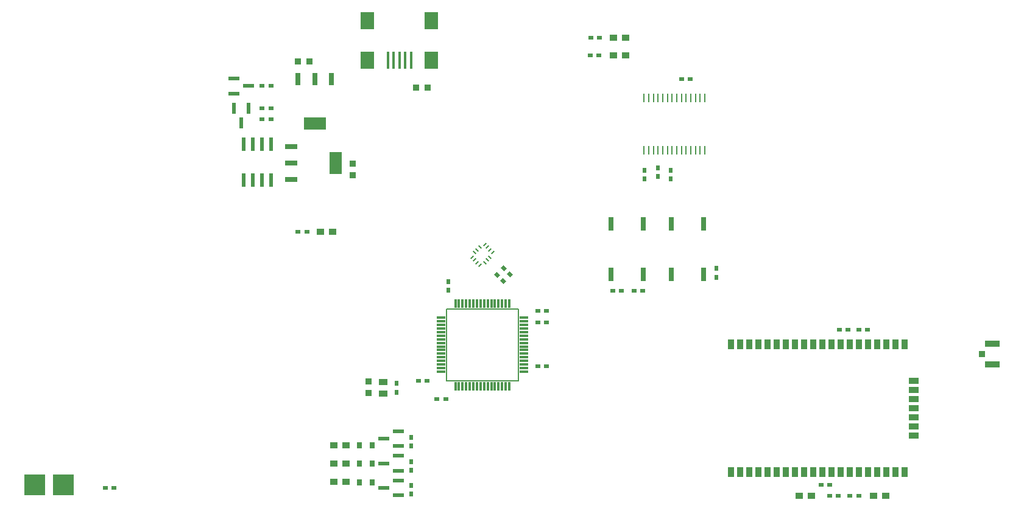
<source format=gtp>
G04*
G04 #@! TF.GenerationSoftware,Altium Limited,Altium NEXUS,2.1.9 (83)*
G04*
G04 Layer_Color=8421504*
%FSLAX44Y44*%
%MOMM*%
G71*
G01*
G75*
%ADD11C,0.2000*%
%ADD17R,1.2000X0.3000*%
%ADD18R,0.3000X1.2000*%
%ADD19R,0.8000X0.9000*%
%ADD20R,0.7000X0.6000*%
%ADD21R,0.6000X0.7000*%
%ADD22R,1.2000X0.9000*%
%ADD23R,0.9000X0.9000*%
%ADD24R,0.7000X0.5000*%
%ADD25R,0.5000X0.7000*%
G04:AMPARAMS|DCode=26|XSize=1.87mm|YSize=0.5mm|CornerRadius=0.025mm|HoleSize=0mm|Usage=FLASHONLY|Rotation=270.000|XOffset=0mm|YOffset=0mm|HoleType=Round|Shape=RoundedRectangle|*
%AMROUNDEDRECTD26*
21,1,1.8700,0.4500,0,0,270.0*
21,1,1.8200,0.5000,0,0,270.0*
1,1,0.0500,-0.2250,-0.9100*
1,1,0.0500,-0.2250,0.9100*
1,1,0.0500,0.2250,0.9100*
1,1,0.0500,0.2250,-0.9100*
%
%ADD26ROUNDEDRECTD26*%
%ADD27R,0.6100X1.6100*%
%ADD28R,1.6100X0.6100*%
%ADD29R,1.4240X0.9160*%
%ADD30R,0.9160X1.4240*%
%ADD31R,0.9500X0.9000*%
%ADD32R,2.1000X0.9500*%
%ADD33R,1.0000X0.9000*%
%ADD34R,0.7000X1.9000*%
%ADD35R,0.2480X1.2970*%
G04:AMPARAMS|DCode=36|XSize=0.575mm|YSize=0.15mm|CornerRadius=0mm|HoleSize=0mm|Usage=FLASHONLY|Rotation=45.000|XOffset=0mm|YOffset=0mm|HoleType=Round|Shape=Rectangle|*
%AMROTATEDRECTD36*
4,1,4,-0.1503,-0.2563,-0.2563,-0.1503,0.1503,0.2563,0.2563,0.1503,-0.1503,-0.2563,0.0*
%
%ADD36ROTATEDRECTD36*%

G04:AMPARAMS|DCode=37|XSize=0.575mm|YSize=0.15mm|CornerRadius=0mm|HoleSize=0mm|Usage=FLASHONLY|Rotation=135.000|XOffset=0mm|YOffset=0mm|HoleType=Round|Shape=Rectangle|*
%AMROTATEDRECTD37*
4,1,4,0.2563,-0.1503,0.1503,-0.2563,-0.2563,0.1503,-0.1503,0.2563,0.2563,-0.1503,0.0*
%
%ADD37ROTATEDRECTD37*%

G04:AMPARAMS|DCode=38|XSize=0.5mm|YSize=0.7mm|CornerRadius=0mm|HoleSize=0mm|Usage=FLASHONLY|Rotation=225.000|XOffset=0mm|YOffset=0mm|HoleType=Round|Shape=Rectangle|*
%AMROTATEDRECTD38*
4,1,4,-0.0707,0.4243,0.4243,-0.0707,0.0707,-0.4243,-0.4243,0.0707,-0.0707,0.4243,0.0*
%
%ADD38ROTATEDRECTD38*%

%ADD39R,0.9000X0.9000*%
%ADD40R,2.9000X2.9000*%
%ADD41R,1.7600X0.8000*%
%ADD42R,1.7600X3.0900*%
%ADD43R,0.8000X1.7600*%
%ADD44R,3.0900X1.7600*%
%ADD45R,0.4000X2.4000*%
%ADD46R,1.9000X2.4000*%
D11*
X700000Y175000D02*
X800000D01*
Y275000D01*
X700000D02*
X800000D01*
X700000Y175000D02*
Y275000D01*
D17*
X692500Y187500D02*
D03*
Y192500D02*
D03*
Y197500D02*
D03*
Y202500D02*
D03*
Y207500D02*
D03*
Y212500D02*
D03*
Y217500D02*
D03*
Y222500D02*
D03*
Y227500D02*
D03*
Y232500D02*
D03*
Y237500D02*
D03*
Y242500D02*
D03*
Y247500D02*
D03*
Y252500D02*
D03*
Y257500D02*
D03*
Y262500D02*
D03*
X807500D02*
D03*
Y257500D02*
D03*
Y252500D02*
D03*
Y247500D02*
D03*
Y242500D02*
D03*
Y237500D02*
D03*
Y232500D02*
D03*
Y227500D02*
D03*
Y222500D02*
D03*
Y217500D02*
D03*
Y212500D02*
D03*
Y207500D02*
D03*
Y202500D02*
D03*
Y197500D02*
D03*
Y192500D02*
D03*
Y187500D02*
D03*
D18*
X712500Y282500D02*
D03*
X717500D02*
D03*
X722500D02*
D03*
X727500D02*
D03*
X732500D02*
D03*
X737500D02*
D03*
X742500D02*
D03*
X747500D02*
D03*
X752500D02*
D03*
X757500D02*
D03*
X762500D02*
D03*
X767500D02*
D03*
X772500D02*
D03*
X777500D02*
D03*
X782500D02*
D03*
X787500D02*
D03*
Y167500D02*
D03*
X782500D02*
D03*
X777500D02*
D03*
X772500D02*
D03*
X767500D02*
D03*
X762500D02*
D03*
X757500D02*
D03*
X752500D02*
D03*
X747500D02*
D03*
X742500D02*
D03*
X737500D02*
D03*
X732500D02*
D03*
X727500D02*
D03*
X722500D02*
D03*
X717500D02*
D03*
X712500D02*
D03*
D19*
X596500Y85000D02*
D03*
X579500D02*
D03*
Y60000D02*
D03*
X596500D02*
D03*
Y33000D02*
D03*
X579500D02*
D03*
D20*
X1233000Y15000D02*
D03*
X1245000D02*
D03*
X1273000Y15000D02*
D03*
X1261000D02*
D03*
X901000Y652000D02*
D03*
X913000D02*
D03*
X900000Y628000D02*
D03*
X912000D02*
D03*
X444000Y539000D02*
D03*
X456000D02*
D03*
X444000Y554000D02*
D03*
X456000D02*
D03*
X444000Y585000D02*
D03*
X456000D02*
D03*
X1273000Y246000D02*
D03*
X1285000D02*
D03*
X973000Y300000D02*
D03*
X961000D02*
D03*
X506000Y382000D02*
D03*
X494000D02*
D03*
D21*
X975000Y468000D02*
D03*
Y456000D02*
D03*
X1012000Y468000D02*
D03*
Y456000D02*
D03*
X651000Y96000D02*
D03*
Y84000D02*
D03*
Y62000D02*
D03*
Y50000D02*
D03*
Y29000D02*
D03*
Y17000D02*
D03*
D22*
X612000Y157000D02*
D03*
Y173000D02*
D03*
D23*
X658000Y583000D02*
D03*
X674000D02*
D03*
X494000Y619000D02*
D03*
X510000D02*
D03*
D24*
X1246000Y246000D02*
D03*
X1258000D02*
D03*
X1221000Y30000D02*
D03*
X1233000D02*
D03*
X1039000Y595000D02*
D03*
X1027000D02*
D03*
X238000Y26000D02*
D03*
X226000D02*
D03*
X827000Y256000D02*
D03*
X839000D02*
D03*
X931000Y300000D02*
D03*
X943000D02*
D03*
X661000Y175000D02*
D03*
X673000D02*
D03*
X839000Y272000D02*
D03*
X827000D02*
D03*
X839000Y195000D02*
D03*
X827000D02*
D03*
X687000Y149000D02*
D03*
X699000D02*
D03*
D25*
X994000Y459000D02*
D03*
Y471000D02*
D03*
X1075000Y331000D02*
D03*
Y319000D02*
D03*
X631000Y159000D02*
D03*
Y171000D02*
D03*
X703000Y313000D02*
D03*
Y301000D02*
D03*
D26*
X456050Y503750D02*
D03*
X443350D02*
D03*
X430650D02*
D03*
X417950D02*
D03*
Y454250D02*
D03*
X430650D02*
D03*
X443350D02*
D03*
X456050D02*
D03*
D27*
X425250Y553950D02*
D03*
X404750D02*
D03*
X415000Y534050D02*
D03*
D28*
X405050Y595250D02*
D03*
Y574750D02*
D03*
X424950Y585000D02*
D03*
X632950Y83750D02*
D03*
Y104250D02*
D03*
X613050Y94000D02*
D03*
X632950Y49750D02*
D03*
Y70250D02*
D03*
X613050Y60000D02*
D03*
X632950Y15750D02*
D03*
Y36250D02*
D03*
X613050Y26000D02*
D03*
D29*
X1349350Y98900D02*
D03*
Y111600D02*
D03*
Y124300D02*
D03*
Y137000D02*
D03*
Y149700D02*
D03*
Y162400D02*
D03*
Y175100D02*
D03*
D30*
X1336650Y225900D02*
D03*
X1323950D02*
D03*
X1311250D02*
D03*
X1298550D02*
D03*
X1285850D02*
D03*
X1273150D02*
D03*
X1260450D02*
D03*
X1247750D02*
D03*
X1235050D02*
D03*
X1222350D02*
D03*
X1209650D02*
D03*
X1196950D02*
D03*
X1184250D02*
D03*
X1171550D02*
D03*
X1158850D02*
D03*
X1146150D02*
D03*
X1133450D02*
D03*
X1120750D02*
D03*
X1108050D02*
D03*
X1095350D02*
D03*
Y48100D02*
D03*
X1108050D02*
D03*
X1120750D02*
D03*
X1133450D02*
D03*
X1146150D02*
D03*
X1158850D02*
D03*
X1171550D02*
D03*
X1184250D02*
D03*
X1196950D02*
D03*
X1209650D02*
D03*
X1222350D02*
D03*
X1235050D02*
D03*
X1247750D02*
D03*
X1260450D02*
D03*
X1273150D02*
D03*
X1285850D02*
D03*
X1298550D02*
D03*
X1311250D02*
D03*
X1323950D02*
D03*
X1336650D02*
D03*
D31*
X1444000Y212000D02*
D03*
D32*
X1459000Y197250D02*
D03*
Y226750D02*
D03*
D33*
X543500Y85000D02*
D03*
X560500D02*
D03*
X543500Y60000D02*
D03*
X560500D02*
D03*
X543500Y34000D02*
D03*
X560500D02*
D03*
X932500Y652000D02*
D03*
X949500D02*
D03*
X932500Y628000D02*
D03*
X949500D02*
D03*
X1207500Y15000D02*
D03*
X1190500D02*
D03*
X1293500D02*
D03*
X1310500D02*
D03*
X525000Y382000D02*
D03*
X542000D02*
D03*
D34*
X1057347Y392946D02*
D03*
X1012347D02*
D03*
Y322946D02*
D03*
X1057347D02*
D03*
X928648Y323052D02*
D03*
X973648D02*
D03*
Y393052D02*
D03*
X928648D02*
D03*
D35*
X974750Y568560D02*
D03*
X981250D02*
D03*
X987750D02*
D03*
X994250D02*
D03*
X1000750D02*
D03*
X1007250D02*
D03*
X1013750D02*
D03*
X1026750D02*
D03*
X1020250D02*
D03*
X1033250D02*
D03*
X1039750D02*
D03*
X1046250D02*
D03*
X1052750D02*
D03*
X1059250D02*
D03*
X974750Y495440D02*
D03*
X981250D02*
D03*
X987750D02*
D03*
X994250D02*
D03*
X1000750D02*
D03*
X1007250D02*
D03*
X1013750D02*
D03*
X1020250D02*
D03*
X1026750D02*
D03*
X1033250D02*
D03*
X1039750D02*
D03*
X1046250D02*
D03*
X1052750D02*
D03*
X1059250D02*
D03*
D36*
X739305Y342841D02*
D03*
X735770Y346376D02*
D03*
X742841Y339305D02*
D03*
X746376Y335770D02*
D03*
X753624Y364230D02*
D03*
X757159Y360695D02*
D03*
X760695Y357160D02*
D03*
X764230Y353624D02*
D03*
D37*
X739305D02*
D03*
X742841Y357160D02*
D03*
X746376Y360695D02*
D03*
X753624Y339305D02*
D03*
X757159Y342841D02*
D03*
X760695Y346376D02*
D03*
D38*
X788485Y322515D02*
D03*
X780000Y331000D02*
D03*
X779243Y313757D02*
D03*
X770757Y322243D02*
D03*
D39*
X592000Y158000D02*
D03*
Y174000D02*
D03*
X570000Y477000D02*
D03*
Y461000D02*
D03*
D40*
X168000Y30000D02*
D03*
X128000D02*
D03*
D41*
X484250Y501000D02*
D03*
Y478000D02*
D03*
Y455000D02*
D03*
D42*
X545750Y478000D02*
D03*
D43*
X540000Y594750D02*
D03*
X517000D02*
D03*
X494000D02*
D03*
D44*
X517000Y533250D02*
D03*
D45*
X650798Y621300D02*
D03*
X642797D02*
D03*
X634798D02*
D03*
X626797D02*
D03*
X618797D02*
D03*
D46*
X679398D02*
D03*
X590197D02*
D03*
X679398Y676100D02*
D03*
X590197D02*
D03*
M02*

</source>
